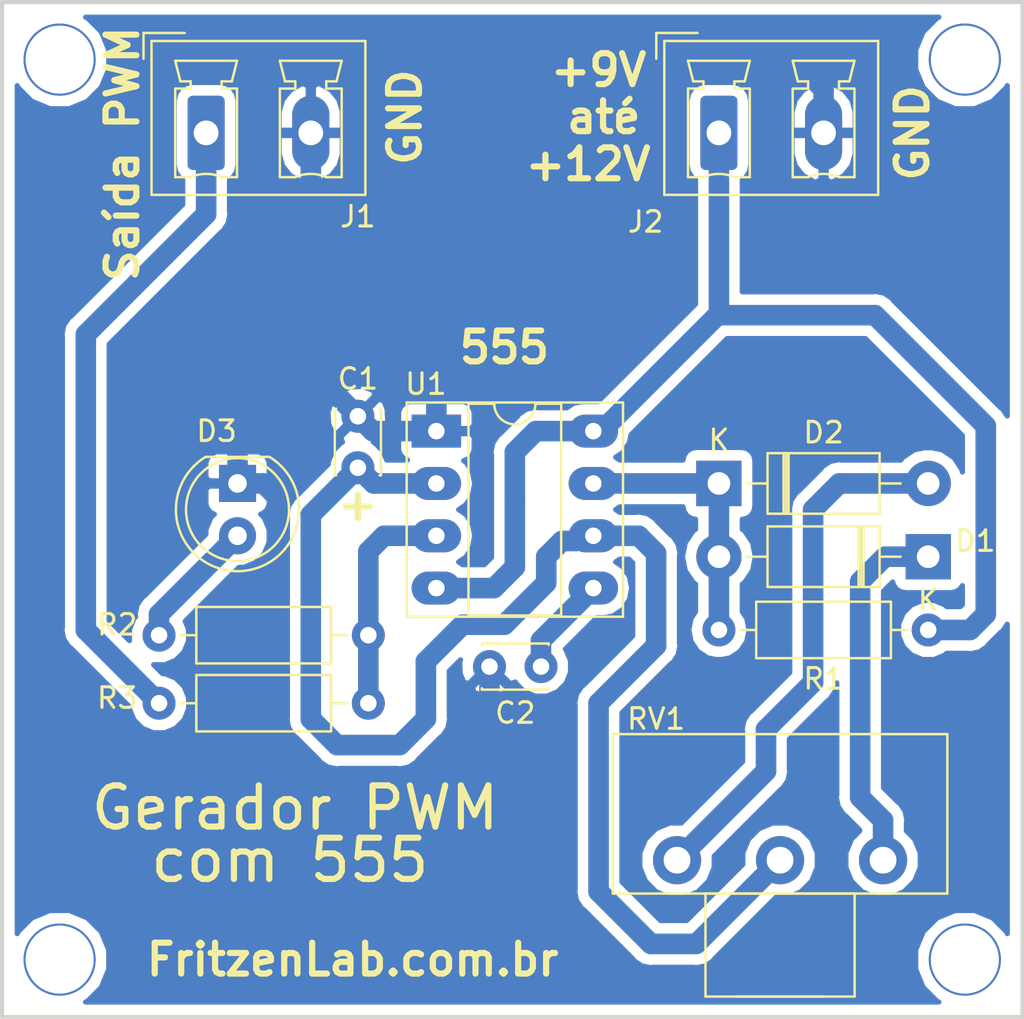
<source format=kicad_pcb>
(kicad_pcb (version 20171130) (host pcbnew 5.0.2-bee76a0~70~ubuntu18.04.1)

  (general
    (thickness 1.6)
    (drawings 15)
    (tracks 88)
    (zones 0)
    (modules 12)
    (nets 11)
  )

  (page A4)
  (layers
    (0 F.Cu signal)
    (31 B.Cu signal)
    (32 B.Adhes user)
    (33 F.Adhes user)
    (34 B.Paste user)
    (35 F.Paste user)
    (36 B.SilkS user)
    (37 F.SilkS user)
    (38 B.Mask user)
    (39 F.Mask user)
    (40 Dwgs.User user)
    (41 Cmts.User user)
    (42 Eco1.User user)
    (43 Eco2.User user)
    (44 Edge.Cuts user)
    (45 Margin user)
    (46 B.CrtYd user)
    (47 F.CrtYd user)
    (48 B.Fab user)
    (49 F.Fab user)
  )

  (setup
    (last_trace_width 0.25)
    (user_trace_width 0.4)
    (user_trace_width 0.6)
    (user_trace_width 1)
    (user_trace_width 2)
    (trace_clearance 0.2)
    (zone_clearance 0.508)
    (zone_45_only no)
    (trace_min 0.2)
    (segment_width 0.2)
    (edge_width 0.2)
    (via_size 0.8)
    (via_drill 0.4)
    (via_min_size 0.4)
    (via_min_drill 0.3)
    (user_via 3.5 3.3)
    (uvia_size 0.3)
    (uvia_drill 0.1)
    (uvias_allowed no)
    (uvia_min_size 0.2)
    (uvia_min_drill 0.1)
    (pcb_text_width 0.3)
    (pcb_text_size 1.5 1.5)
    (mod_edge_width 0.15)
    (mod_text_size 1 1)
    (mod_text_width 0.15)
    (pad_size 1.524 1.524)
    (pad_drill 0.762)
    (pad_to_mask_clearance 0.051)
    (solder_mask_min_width 0.25)
    (aux_axis_origin 0 0)
    (visible_elements FFFFFF7F)
    (pcbplotparams
      (layerselection 0x010f0_ffffffff)
      (usegerberextensions true)
      (usegerberattributes false)
      (usegerberadvancedattributes false)
      (creategerberjobfile false)
      (excludeedgelayer true)
      (linewidth 0.100000)
      (plotframeref false)
      (viasonmask false)
      (mode 1)
      (useauxorigin false)
      (hpglpennumber 1)
      (hpglpenspeed 20)
      (hpglpendiameter 15.000000)
      (psnegative false)
      (psa4output false)
      (plotreference true)
      (plotvalue true)
      (plotinvisibletext false)
      (padsonsilk false)
      (subtractmaskfromsilk false)
      (outputformat 1)
      (mirror false)
      (drillshape 0)
      (scaleselection 1)
      (outputdirectory "Production-files-pwm-555-r01/"))
  )

  (net 0 "")
  (net 1 VDC)
  (net 2 "Net-(D1-Pad2)")
  (net 3 "Net-(R2-Pad2)")
  (net 4 "Net-(D3-Pad2)")
  (net 5 "Net-(J1-Pad1)")
  (net 6 "Net-(D1-Pad1)")
  (net 7 "Net-(C1-Pad1)")
  (net 8 "Net-(D2-Pad2)")
  (net 9 GND)
  (net 10 "Net-(C2-Pad1)")

  (net_class Default "This is the default net class."
    (clearance 0.2)
    (trace_width 0.25)
    (via_dia 0.8)
    (via_drill 0.4)
    (uvia_dia 0.3)
    (uvia_drill 0.1)
    (add_net GND)
    (add_net "Net-(C1-Pad1)")
    (add_net "Net-(C2-Pad1)")
    (add_net "Net-(D1-Pad1)")
    (add_net "Net-(D1-Pad2)")
    (add_net "Net-(D2-Pad2)")
    (add_net "Net-(D3-Pad2)")
    (add_net "Net-(J1-Pad1)")
    (add_net "Net-(R2-Pad2)")
    (add_net VDC)
  )

  (module Connector_Phoenix_MC_HighVoltage:PhoenixContact_MCV_1,5_2-G-5.08_1x02_P5.08mm_Vertical (layer F.Cu) (tedit 5B784ED3) (tstamp 5C63B60A)
    (at 150.876 90.424)
    (descr "Generic Phoenix Contact connector footprint for: MCV_1,5/2-G-5.08; number of pins: 02; pin pitch: 5.08mm; Vertical || order number: 1836299 8A 320V")
    (tags "phoenix_contact connector MCV_01x02_G_5.08mm")
    (path /5C6097AD)
    (fp_text reference J2 (at -3.556 4.318) (layer F.SilkS)
      (effects (font (size 1 1) (thickness 0.15)))
    )
    (fp_text value Alimentação (at 2.54 4.1) (layer F.Fab)
      (effects (font (size 1 1) (thickness 0.15)))
    )
    (fp_text user %R (at -3.556 4.318) (layer F.Fab)
      (effects (font (size 1 1) (thickness 0.15)))
    )
    (fp_line (start -3.04 -4.85) (end -1.04 -4.85) (layer F.Fab) (width 0.1))
    (fp_line (start -3.04 -3.6) (end -3.04 -4.85) (layer F.Fab) (width 0.1))
    (fp_line (start -3.04 -4.85) (end -1.04 -4.85) (layer F.SilkS) (width 0.12))
    (fp_line (start -3.04 -3.6) (end -3.04 -4.85) (layer F.SilkS) (width 0.12))
    (fp_line (start 8.12 -4.85) (end -3.04 -4.85) (layer F.CrtYd) (width 0.05))
    (fp_line (start 8.12 3.4) (end 8.12 -4.85) (layer F.CrtYd) (width 0.05))
    (fp_line (start -3.04 3.4) (end 8.12 3.4) (layer F.CrtYd) (width 0.05))
    (fp_line (start -3.04 -4.85) (end -3.04 3.4) (layer F.CrtYd) (width 0.05))
    (fp_line (start 6.58 2.15) (end 5.83 2.15) (layer F.SilkS) (width 0.12))
    (fp_line (start 6.58 -2.15) (end 6.58 2.15) (layer F.SilkS) (width 0.12))
    (fp_line (start 5.83 -2.15) (end 6.58 -2.15) (layer F.SilkS) (width 0.12))
    (fp_line (start 5.83 -2.5) (end 5.83 -2.15) (layer F.SilkS) (width 0.12))
    (fp_line (start 6.33 -2.5) (end 5.83 -2.5) (layer F.SilkS) (width 0.12))
    (fp_line (start 6.58 -3.5) (end 6.33 -2.5) (layer F.SilkS) (width 0.12))
    (fp_line (start 3.58 -3.5) (end 6.58 -3.5) (layer F.SilkS) (width 0.12))
    (fp_line (start 3.83 -2.5) (end 3.58 -3.5) (layer F.SilkS) (width 0.12))
    (fp_line (start 4.33 -2.5) (end 3.83 -2.5) (layer F.SilkS) (width 0.12))
    (fp_line (start 4.33 -2.15) (end 4.33 -2.5) (layer F.SilkS) (width 0.12))
    (fp_line (start 3.58 -2.15) (end 4.33 -2.15) (layer F.SilkS) (width 0.12))
    (fp_line (start 3.58 2.15) (end 3.58 -2.15) (layer F.SilkS) (width 0.12))
    (fp_line (start 4.33 2.15) (end 3.58 2.15) (layer F.SilkS) (width 0.12))
    (fp_line (start 1.5 2.15) (end 0.75 2.15) (layer F.SilkS) (width 0.12))
    (fp_line (start 1.5 -2.15) (end 1.5 2.15) (layer F.SilkS) (width 0.12))
    (fp_line (start 0.75 -2.15) (end 1.5 -2.15) (layer F.SilkS) (width 0.12))
    (fp_line (start 0.75 -2.5) (end 0.75 -2.15) (layer F.SilkS) (width 0.12))
    (fp_line (start 1.25 -2.5) (end 0.75 -2.5) (layer F.SilkS) (width 0.12))
    (fp_line (start 1.5 -3.5) (end 1.25 -2.5) (layer F.SilkS) (width 0.12))
    (fp_line (start -1.5 -3.5) (end 1.5 -3.5) (layer F.SilkS) (width 0.12))
    (fp_line (start -1.25 -2.5) (end -1.5 -3.5) (layer F.SilkS) (width 0.12))
    (fp_line (start -0.75 -2.5) (end -1.25 -2.5) (layer F.SilkS) (width 0.12))
    (fp_line (start -0.75 -2.15) (end -0.75 -2.5) (layer F.SilkS) (width 0.12))
    (fp_line (start -1.5 -2.15) (end -0.75 -2.15) (layer F.SilkS) (width 0.12))
    (fp_line (start -1.5 2.15) (end -1.5 -2.15) (layer F.SilkS) (width 0.12))
    (fp_line (start -0.75 2.15) (end -1.5 2.15) (layer F.SilkS) (width 0.12))
    (fp_line (start 7.62 -4.35) (end -2.54 -4.35) (layer F.Fab) (width 0.1))
    (fp_line (start 7.62 2.9) (end 7.62 -4.35) (layer F.Fab) (width 0.1))
    (fp_line (start -2.54 2.9) (end 7.62 2.9) (layer F.Fab) (width 0.1))
    (fp_line (start -2.54 -4.35) (end -2.54 2.9) (layer F.Fab) (width 0.1))
    (fp_line (start 7.73 -4.46) (end -2.65 -4.46) (layer F.SilkS) (width 0.12))
    (fp_line (start 7.73 3.01) (end 7.73 -4.46) (layer F.SilkS) (width 0.12))
    (fp_line (start -2.65 3.01) (end 7.73 3.01) (layer F.SilkS) (width 0.12))
    (fp_line (start -2.65 -4.46) (end -2.65 3.01) (layer F.SilkS) (width 0.12))
    (fp_arc (start 5.08 3.85) (end 4.33 2.15) (angle 47.6) (layer F.SilkS) (width 0.12))
    (fp_arc (start 0 3.85) (end -0.75 2.15) (angle 47.6) (layer F.SilkS) (width 0.12))
    (pad 2 thru_hole oval (at 5.08 0) (size 1.8 3.6) (drill 1.2) (layers *.Cu *.Mask)
      (net 9 GND))
    (pad 1 thru_hole roundrect (at 0 0) (size 1.8 3.6) (drill 1.2) (layers *.Cu *.Mask) (roundrect_rratio 0.138889)
      (net 1 VDC))
    (model ${KISYS3DMOD}/Connector_Phoenix_MC_HighVoltage.3dshapes/PhoenixContact_MCV_1,5_2-G-5.08_1x02_P5.08mm_Vertical.wrl
      (at (xyz 0 0 0))
      (scale (xyz 1 1 1))
      (rotate (xyz 0 0 0))
    )
  )

  (module Connector_Phoenix_MC_HighVoltage:PhoenixContact_MCV_1,5_2-G-5.08_1x02_P5.08mm_Vertical (layer F.Cu) (tedit 5B784ED3) (tstamp 5C63B5D8)
    (at 125.984 90.424)
    (descr "Generic Phoenix Contact connector footprint for: MCV_1,5/2-G-5.08; number of pins: 02; pin pitch: 5.08mm; Vertical || order number: 1836299 8A 320V")
    (tags "phoenix_contact connector MCV_01x02_G_5.08mm")
    (path /5C60990D)
    (fp_text reference J1 (at 7.366 4.064) (layer F.SilkS)
      (effects (font (size 1 1) (thickness 0.15)))
    )
    (fp_text value "Saída PWM" (at 2.032 4.318 180) (layer F.Fab)
      (effects (font (size 1 1) (thickness 0.15)))
    )
    (fp_arc (start 0 3.85) (end -0.75 2.15) (angle 47.6) (layer F.SilkS) (width 0.12))
    (fp_arc (start 5.08 3.85) (end 4.33 2.15) (angle 47.6) (layer F.SilkS) (width 0.12))
    (fp_line (start -2.65 -4.46) (end -2.65 3.01) (layer F.SilkS) (width 0.12))
    (fp_line (start -2.65 3.01) (end 7.73 3.01) (layer F.SilkS) (width 0.12))
    (fp_line (start 7.73 3.01) (end 7.73 -4.46) (layer F.SilkS) (width 0.12))
    (fp_line (start 7.73 -4.46) (end -2.65 -4.46) (layer F.SilkS) (width 0.12))
    (fp_line (start -2.54 -4.35) (end -2.54 2.9) (layer F.Fab) (width 0.1))
    (fp_line (start -2.54 2.9) (end 7.62 2.9) (layer F.Fab) (width 0.1))
    (fp_line (start 7.62 2.9) (end 7.62 -4.35) (layer F.Fab) (width 0.1))
    (fp_line (start 7.62 -4.35) (end -2.54 -4.35) (layer F.Fab) (width 0.1))
    (fp_line (start -0.75 2.15) (end -1.5 2.15) (layer F.SilkS) (width 0.12))
    (fp_line (start -1.5 2.15) (end -1.5 -2.15) (layer F.SilkS) (width 0.12))
    (fp_line (start -1.5 -2.15) (end -0.75 -2.15) (layer F.SilkS) (width 0.12))
    (fp_line (start -0.75 -2.15) (end -0.75 -2.5) (layer F.SilkS) (width 0.12))
    (fp_line (start -0.75 -2.5) (end -1.25 -2.5) (layer F.SilkS) (width 0.12))
    (fp_line (start -1.25 -2.5) (end -1.5 -3.5) (layer F.SilkS) (width 0.12))
    (fp_line (start -1.5 -3.5) (end 1.5 -3.5) (layer F.SilkS) (width 0.12))
    (fp_line (start 1.5 -3.5) (end 1.25 -2.5) (layer F.SilkS) (width 0.12))
    (fp_line (start 1.25 -2.5) (end 0.75 -2.5) (layer F.SilkS) (width 0.12))
    (fp_line (start 0.75 -2.5) (end 0.75 -2.15) (layer F.SilkS) (width 0.12))
    (fp_line (start 0.75 -2.15) (end 1.5 -2.15) (layer F.SilkS) (width 0.12))
    (fp_line (start 1.5 -2.15) (end 1.5 2.15) (layer F.SilkS) (width 0.12))
    (fp_line (start 1.5 2.15) (end 0.75 2.15) (layer F.SilkS) (width 0.12))
    (fp_line (start 4.33 2.15) (end 3.58 2.15) (layer F.SilkS) (width 0.12))
    (fp_line (start 3.58 2.15) (end 3.58 -2.15) (layer F.SilkS) (width 0.12))
    (fp_line (start 3.58 -2.15) (end 4.33 -2.15) (layer F.SilkS) (width 0.12))
    (fp_line (start 4.33 -2.15) (end 4.33 -2.5) (layer F.SilkS) (width 0.12))
    (fp_line (start 4.33 -2.5) (end 3.83 -2.5) (layer F.SilkS) (width 0.12))
    (fp_line (start 3.83 -2.5) (end 3.58 -3.5) (layer F.SilkS) (width 0.12))
    (fp_line (start 3.58 -3.5) (end 6.58 -3.5) (layer F.SilkS) (width 0.12))
    (fp_line (start 6.58 -3.5) (end 6.33 -2.5) (layer F.SilkS) (width 0.12))
    (fp_line (start 6.33 -2.5) (end 5.83 -2.5) (layer F.SilkS) (width 0.12))
    (fp_line (start 5.83 -2.5) (end 5.83 -2.15) (layer F.SilkS) (width 0.12))
    (fp_line (start 5.83 -2.15) (end 6.58 -2.15) (layer F.SilkS) (width 0.12))
    (fp_line (start 6.58 -2.15) (end 6.58 2.15) (layer F.SilkS) (width 0.12))
    (fp_line (start 6.58 2.15) (end 5.83 2.15) (layer F.SilkS) (width 0.12))
    (fp_line (start -3.04 -4.85) (end -3.04 3.4) (layer F.CrtYd) (width 0.05))
    (fp_line (start -3.04 3.4) (end 8.12 3.4) (layer F.CrtYd) (width 0.05))
    (fp_line (start 8.12 3.4) (end 8.12 -4.85) (layer F.CrtYd) (width 0.05))
    (fp_line (start 8.12 -4.85) (end -3.04 -4.85) (layer F.CrtYd) (width 0.05))
    (fp_line (start -3.04 -3.6) (end -3.04 -4.85) (layer F.SilkS) (width 0.12))
    (fp_line (start -3.04 -4.85) (end -1.04 -4.85) (layer F.SilkS) (width 0.12))
    (fp_line (start -3.04 -3.6) (end -3.04 -4.85) (layer F.Fab) (width 0.1))
    (fp_line (start -3.04 -4.85) (end -1.04 -4.85) (layer F.Fab) (width 0.1))
    (fp_text user %R (at 7.366 4.064) (layer F.Fab)
      (effects (font (size 1 1) (thickness 0.15)))
    )
    (pad 1 thru_hole roundrect (at 0 0) (size 1.8 3.6) (drill 1.2) (layers *.Cu *.Mask) (roundrect_rratio 0.138889)
      (net 5 "Net-(J1-Pad1)"))
    (pad 2 thru_hole oval (at 5.08 0) (size 1.8 3.6) (drill 1.2) (layers *.Cu *.Mask)
      (net 9 GND))
    (model ${KISYS3DMOD}/Connector_Phoenix_MC_HighVoltage.3dshapes/PhoenixContact_MCV_1,5_2-G-5.08_1x02_P5.08mm_Vertical.wrl
      (at (xyz 0 0 0))
      (scale (xyz 1 1 1))
      (rotate (xyz 0 0 0))
    )
  )

  (module Bibliotecas-Kicad:Potentiometer_Piher_T-16H_Single_Horizontal-FritzenLab (layer F.Cu) (tedit 5C605637) (tstamp 5C65834F)
    (at 148.844 125.73 270)
    (descr "Potentiometer, horizontal, Piher T-16H Single, http://www.piher-nacesa.com/pdf/22-T16v03.pdf")
    (tags "Potentiometer horizontal Piher T-16H Single")
    (path /5C60412C)
    (fp_text reference RV1 (at -6.858 1.016) (layer F.SilkS)
      (effects (font (size 1 1) (thickness 0.15)))
    )
    (fp_text value 1k (at 0 4.25 270) (layer F.Fab)
      (effects (font (size 1 1) (thickness 0.15)))
    )
    (fp_text user %R (at -6.858 1.016) (layer F.Fab)
      (effects (font (size 1 1) (thickness 0.15)))
    )
    (fp_line (start 6.858 -13.25) (end -6.25 -13.25) (layer F.CrtYd) (width 0.05))
    (fp_line (start 6.858 3.25) (end 6.858 -13.208) (layer F.CrtYd) (width 0.05))
    (fp_line (start -6.25 3.25) (end 6.858 3.25) (layer F.CrtYd) (width 0.05))
    (fp_line (start -6.25 -13.25) (end -6.25 3.25) (layer F.CrtYd) (width 0.05))
    (fp_line (start 6.62 -7.12) (end 6.62 -2.88) (layer F.SilkS) (width 0.12))
    (fp_line (start 6.62 -8.62) (end 6.62 -1.38) (layer F.SilkS) (width 0.12))
    (fp_line (start 1.62 -8.62) (end 1.62 -1.38) (layer F.SilkS) (width 0.12))
    (fp_line (start 1.62 -1.38) (end 6.62 -1.38) (layer F.SilkS) (width 0.12))
    (fp_line (start 1.62 -8.62) (end 6.62 -8.62) (layer F.SilkS) (width 0.12))
    (fp_line (start 1.62 -13.12) (end 1.62 3.12) (layer F.SilkS) (width 0.12))
    (fp_line (start -6.12 -13.12) (end -6.12 3.12) (layer F.SilkS) (width 0.12))
    (fp_line (start -6.12 3.12) (end 1.62 3.12) (layer F.SilkS) (width 0.12))
    (fp_line (start -6.12 -13.12) (end 1.62 -13.12) (layer F.SilkS) (width 0.12))
    (fp_line (start 6.5 -7) (end 6.5 -3) (layer F.Fab) (width 0.1))
    (fp_line (start 6.5 -8.5) (end 1.5 -8.5) (layer F.Fab) (width 0.1))
    (fp_line (start 6.5 -1.5) (end 6.5 -8.5) (layer F.Fab) (width 0.1))
    (fp_line (start 1.5 -1.5) (end 6.5 -1.5) (layer F.Fab) (width 0.1))
    (fp_line (start 1.5 -8.5) (end 1.5 -1.5) (layer F.Fab) (width 0.1))
    (fp_line (start 1.5 -13) (end -6 -13) (layer F.Fab) (width 0.1))
    (fp_line (start 1.5 3) (end 1.5 -13) (layer F.Fab) (width 0.1))
    (fp_line (start -6 3) (end 1.5 3) (layer F.Fab) (width 0.1))
    (fp_line (start -6 -13) (end -6 3) (layer F.Fab) (width 0.1))
    (pad 1 thru_hole circle (at 0 0 270) (size 2.34 2.34) (drill 1.3) (layers *.Cu *.Mask)
      (net 8 "Net-(D2-Pad2)"))
    (pad 2 thru_hole circle (at 0 -5 270) (size 2.34 2.34) (drill 1.3) (layers *.Cu *.Mask)
      (net 7 "Net-(C1-Pad1)"))
    (pad 3 thru_hole circle (at 0 -10 270) (size 2.34 2.34) (drill 1.3) (layers *.Cu *.Mask)
      (net 6 "Net-(D1-Pad1)"))
    (model ${KISYS3DMOD}/Potentiometer_THT.3dshapes/Potentiometer_Piher_T-16H_Single_Horizontal.wrl
      (at (xyz 0 0 0))
      (scale (xyz 1 1 1))
      (rotate (xyz 0 0 0))
    )
  )

  (module Capacitor_THT:C_Disc_D3.0mm_W2.0mm_P2.50mm (layer F.Cu) (tedit 5AE50EF0) (tstamp 5C658435)
    (at 142.24 116.332 180)
    (descr "C, Disc series, Radial, pin pitch=2.50mm, , diameter*width=3*2mm^2, Capacitor")
    (tags "C Disc series Radial pin pitch 2.50mm  diameter 3mm width 2mm Capacitor")
    (path /5C603E79)
    (fp_text reference C2 (at 1.25 -2.25 180) (layer F.SilkS)
      (effects (font (size 1 1) (thickness 0.15)))
    )
    (fp_text value 100n (at 4.318 0 270) (layer F.Fab)
      (effects (font (size 1 1) (thickness 0.15)))
    )
    (fp_text user %R (at 1.25 0 180) (layer F.Fab)
      (effects (font (size 0.6 0.6) (thickness 0.09)))
    )
    (fp_line (start 3.55 -1.25) (end -1.05 -1.25) (layer F.CrtYd) (width 0.05))
    (fp_line (start 3.55 1.25) (end 3.55 -1.25) (layer F.CrtYd) (width 0.05))
    (fp_line (start -1.05 1.25) (end 3.55 1.25) (layer F.CrtYd) (width 0.05))
    (fp_line (start -1.05 -1.25) (end -1.05 1.25) (layer F.CrtYd) (width 0.05))
    (fp_line (start 2.87 1.055) (end 2.87 1.12) (layer F.SilkS) (width 0.12))
    (fp_line (start 2.87 -1.12) (end 2.87 -1.055) (layer F.SilkS) (width 0.12))
    (fp_line (start -0.37 1.055) (end -0.37 1.12) (layer F.SilkS) (width 0.12))
    (fp_line (start -0.37 -1.12) (end -0.37 -1.055) (layer F.SilkS) (width 0.12))
    (fp_line (start -0.37 1.12) (end 2.87 1.12) (layer F.SilkS) (width 0.12))
    (fp_line (start -0.37 -1.12) (end 2.87 -1.12) (layer F.SilkS) (width 0.12))
    (fp_line (start 2.75 -1) (end -0.25 -1) (layer F.Fab) (width 0.1))
    (fp_line (start 2.75 1) (end 2.75 -1) (layer F.Fab) (width 0.1))
    (fp_line (start -0.25 1) (end 2.75 1) (layer F.Fab) (width 0.1))
    (fp_line (start -0.25 -1) (end -0.25 1) (layer F.Fab) (width 0.1))
    (pad 2 thru_hole circle (at 2.5 0 180) (size 1.6 1.6) (drill 0.8) (layers *.Cu *.Mask)
      (net 9 GND))
    (pad 1 thru_hole circle (at 0 0 180) (size 1.6 1.6) (drill 0.8) (layers *.Cu *.Mask)
      (net 10 "Net-(C2-Pad1)"))
    (model ${KISYS3DMOD}/Capacitor_THT.3dshapes/C_Disc_D3.0mm_W2.0mm_P2.50mm.wrl
      (at (xyz 0 0 0))
      (scale (xyz 1 1 1))
      (rotate (xyz 0 0 0))
    )
  )

  (module Capacitor_THT:C_Disc_D3.0mm_W2.0mm_P2.50mm (layer F.Cu) (tedit 5AE50EF0) (tstamp 5C658420)
    (at 133.35 106.68 90)
    (descr "C, Disc series, Radial, pin pitch=2.50mm, , diameter*width=3*2mm^2, Capacitor")
    (tags "C Disc series Radial pin pitch 2.50mm  diameter 3mm width 2mm Capacitor")
    (path /5C6074C6)
    (fp_text reference C1 (at 4.318 0 180) (layer F.SilkS)
      (effects (font (size 1 1) (thickness 0.15)))
    )
    (fp_text value 100n (at 1.778 -1.778 270) (layer F.Fab)
      (effects (font (size 1 1) (thickness 0.15)))
    )
    (fp_line (start -0.25 -1) (end -0.25 1) (layer F.Fab) (width 0.1))
    (fp_line (start -0.25 1) (end 2.75 1) (layer F.Fab) (width 0.1))
    (fp_line (start 2.75 1) (end 2.75 -1) (layer F.Fab) (width 0.1))
    (fp_line (start 2.75 -1) (end -0.25 -1) (layer F.Fab) (width 0.1))
    (fp_line (start -0.37 -1.12) (end 2.87 -1.12) (layer F.SilkS) (width 0.12))
    (fp_line (start -0.37 1.12) (end 2.87 1.12) (layer F.SilkS) (width 0.12))
    (fp_line (start -0.37 -1.12) (end -0.37 -1.055) (layer F.SilkS) (width 0.12))
    (fp_line (start -0.37 1.055) (end -0.37 1.12) (layer F.SilkS) (width 0.12))
    (fp_line (start 2.87 -1.12) (end 2.87 -1.055) (layer F.SilkS) (width 0.12))
    (fp_line (start 2.87 1.055) (end 2.87 1.12) (layer F.SilkS) (width 0.12))
    (fp_line (start -1.05 -1.25) (end -1.05 1.25) (layer F.CrtYd) (width 0.05))
    (fp_line (start -1.05 1.25) (end 3.55 1.25) (layer F.CrtYd) (width 0.05))
    (fp_line (start 3.55 1.25) (end 3.55 -1.25) (layer F.CrtYd) (width 0.05))
    (fp_line (start 3.55 -1.25) (end -1.05 -1.25) (layer F.CrtYd) (width 0.05))
    (fp_text user %R (at 1.25 0 90) (layer F.Fab)
      (effects (font (size 0.6 0.6) (thickness 0.09)))
    )
    (pad 1 thru_hole circle (at 0 0 90) (size 1.6 1.6) (drill 0.8) (layers *.Cu *.Mask)
      (net 7 "Net-(C1-Pad1)"))
    (pad 2 thru_hole circle (at 2.5 0 90) (size 1.6 1.6) (drill 0.8) (layers *.Cu *.Mask)
      (net 9 GND))
    (model ${KISYS3DMOD}/Capacitor_THT.3dshapes/C_Disc_D3.0mm_W2.0mm_P2.50mm.wrl
      (at (xyz 0 0 0))
      (scale (xyz 1 1 1))
      (rotate (xyz 0 0 0))
    )
  )

  (module Diode_THT:D_DO-41_SOD81_P10.16mm_Horizontal (layer F.Cu) (tedit 5C606E77) (tstamp 5C6064C1)
    (at 150.876 107.442)
    (descr "Diode, DO-41_SOD81 series, Axial, Horizontal, pin pitch=10.16mm, , length*diameter=5.2*2.7mm^2, , http://www.diodes.com/_files/packages/DO-41%20(Plastic).pdf")
    (tags "Diode DO-41_SOD81 series Axial Horizontal pin pitch 10.16mm  length 5.2mm diameter 2.7mm")
    (path /5C603860)
    (fp_text reference D2 (at 5.08 -2.47) (layer F.SilkS)
      (effects (font (size 1 1) (thickness 0.15)))
    )
    (fp_text value 1N4007 (at 12.446 -1.27 90) (layer F.Fab)
      (effects (font (size 1 1) (thickness 0.15)))
    )
    (fp_text user K (at 0 -2.1) (layer F.SilkS)
      (effects (font (size 1 1) (thickness 0.15)))
    )
    (fp_text user K (at 0 -2.1) (layer F.Fab)
      (effects (font (size 1 1) (thickness 0.15)))
    )
    (fp_text user %R (at 5.08 -2.54) (layer F.Fab)
      (effects (font (size 1 1) (thickness 0.15)))
    )
    (fp_line (start 11.51 -1.6) (end -1.35 -1.6) (layer F.CrtYd) (width 0.05))
    (fp_line (start 11.51 1.6) (end 11.51 -1.6) (layer F.CrtYd) (width 0.05))
    (fp_line (start -1.35 1.6) (end 11.51 1.6) (layer F.CrtYd) (width 0.05))
    (fp_line (start -1.35 -1.6) (end -1.35 1.6) (layer F.CrtYd) (width 0.05))
    (fp_line (start 3.14 -1.47) (end 3.14 1.47) (layer F.SilkS) (width 0.12))
    (fp_line (start 3.38 -1.47) (end 3.38 1.47) (layer F.SilkS) (width 0.12))
    (fp_line (start 3.26 -1.47) (end 3.26 1.47) (layer F.SilkS) (width 0.12))
    (fp_line (start 8.82 0) (end 7.8 0) (layer F.SilkS) (width 0.12))
    (fp_line (start 1.34 0) (end 2.36 0) (layer F.SilkS) (width 0.12))
    (fp_line (start 7.8 -1.47) (end 2.36 -1.47) (layer F.SilkS) (width 0.12))
    (fp_line (start 7.8 1.47) (end 7.8 -1.47) (layer F.SilkS) (width 0.12))
    (fp_line (start 2.36 1.47) (end 7.8 1.47) (layer F.SilkS) (width 0.12))
    (fp_line (start 2.36 -1.47) (end 2.36 1.47) (layer F.SilkS) (width 0.12))
    (fp_line (start 3.16 -1.35) (end 3.16 1.35) (layer F.Fab) (width 0.1))
    (fp_line (start 3.36 -1.35) (end 3.36 1.35) (layer F.Fab) (width 0.1))
    (fp_line (start 3.26 -1.35) (end 3.26 1.35) (layer F.Fab) (width 0.1))
    (fp_line (start 10.16 0) (end 7.68 0) (layer F.Fab) (width 0.1))
    (fp_line (start 0 0) (end 2.48 0) (layer F.Fab) (width 0.1))
    (fp_line (start 7.68 -1.35) (end 2.48 -1.35) (layer F.Fab) (width 0.1))
    (fp_line (start 7.68 1.35) (end 7.68 -1.35) (layer F.Fab) (width 0.1))
    (fp_line (start 2.48 1.35) (end 7.68 1.35) (layer F.Fab) (width 0.1))
    (fp_line (start 2.48 -1.35) (end 2.48 1.35) (layer F.Fab) (width 0.1))
    (pad 2 thru_hole oval (at 10.16 0) (size 2.2 2.2) (drill 1.1) (layers *.Cu *.Mask)
      (net 8 "Net-(D2-Pad2)"))
    (pad 1 thru_hole rect (at 0 0) (size 2.2 2.2) (drill 1.1) (layers *.Cu *.Mask)
      (net 2 "Net-(D1-Pad2)"))
    (model ${KISYS3DMOD}/Diode_THT.3dshapes/D_DO-41_SOD81_P10.16mm_Horizontal.wrl
      (at (xyz 0 0 0))
      (scale (xyz 1 1 1))
      (rotate (xyz 0 0 0))
    )
  )

  (module Diode_THT:D_DO-41_SOD81_P10.16mm_Horizontal (layer F.Cu) (tedit 5AE50CD5) (tstamp 5C6583A4)
    (at 161.036 110.998 180)
    (descr "Diode, DO-41_SOD81 series, Axial, Horizontal, pin pitch=10.16mm, , length*diameter=5.2*2.7mm^2, , http://www.diodes.com/_files/packages/DO-41%20(Plastic).pdf")
    (tags "Diode DO-41_SOD81 series Axial Horizontal pin pitch 10.16mm  length 5.2mm diameter 2.7mm")
    (path /5C60378D)
    (fp_text reference D1 (at -2.286 0.762 180) (layer F.SilkS)
      (effects (font (size 1 1) (thickness 0.15)))
    )
    (fp_text value 1N4007 (at 12.192 1.778 270) (layer F.Fab)
      (effects (font (size 1 1) (thickness 0.15)))
    )
    (fp_line (start 2.48 -1.35) (end 2.48 1.35) (layer F.Fab) (width 0.1))
    (fp_line (start 2.48 1.35) (end 7.68 1.35) (layer F.Fab) (width 0.1))
    (fp_line (start 7.68 1.35) (end 7.68 -1.35) (layer F.Fab) (width 0.1))
    (fp_line (start 7.68 -1.35) (end 2.48 -1.35) (layer F.Fab) (width 0.1))
    (fp_line (start 0 0) (end 2.48 0) (layer F.Fab) (width 0.1))
    (fp_line (start 10.16 0) (end 7.68 0) (layer F.Fab) (width 0.1))
    (fp_line (start 3.26 -1.35) (end 3.26 1.35) (layer F.Fab) (width 0.1))
    (fp_line (start 3.36 -1.35) (end 3.36 1.35) (layer F.Fab) (width 0.1))
    (fp_line (start 3.16 -1.35) (end 3.16 1.35) (layer F.Fab) (width 0.1))
    (fp_line (start 2.36 -1.47) (end 2.36 1.47) (layer F.SilkS) (width 0.12))
    (fp_line (start 2.36 1.47) (end 7.8 1.47) (layer F.SilkS) (width 0.12))
    (fp_line (start 7.8 1.47) (end 7.8 -1.47) (layer F.SilkS) (width 0.12))
    (fp_line (start 7.8 -1.47) (end 2.36 -1.47) (layer F.SilkS) (width 0.12))
    (fp_line (start 1.34 0) (end 2.36 0) (layer F.SilkS) (width 0.12))
    (fp_line (start 8.82 0) (end 7.8 0) (layer F.SilkS) (width 0.12))
    (fp_line (start 3.26 -1.47) (end 3.26 1.47) (layer F.SilkS) (width 0.12))
    (fp_line (start 3.38 -1.47) (end 3.38 1.47) (layer F.SilkS) (width 0.12))
    (fp_line (start 3.14 -1.47) (end 3.14 1.47) (layer F.SilkS) (width 0.12))
    (fp_line (start -1.35 -1.6) (end -1.35 1.6) (layer F.CrtYd) (width 0.05))
    (fp_line (start -1.35 1.6) (end 11.51 1.6) (layer F.CrtYd) (width 0.05))
    (fp_line (start 11.51 1.6) (end 11.51 -1.6) (layer F.CrtYd) (width 0.05))
    (fp_line (start 11.51 -1.6) (end -1.35 -1.6) (layer F.CrtYd) (width 0.05))
    (fp_text user %R (at -2.286 0.762 180) (layer F.Fab)
      (effects (font (size 1 1) (thickness 0.15)))
    )
    (fp_text user K (at 0 -2.1 180) (layer F.Fab)
      (effects (font (size 1 1) (thickness 0.15)))
    )
    (fp_text user K (at 0 -2.1 180) (layer F.SilkS)
      (effects (font (size 1 1) (thickness 0.15)))
    )
    (pad 1 thru_hole rect (at 0 0 180) (size 2.2 2.2) (drill 1.1) (layers *.Cu *.Mask)
      (net 6 "Net-(D1-Pad1)"))
    (pad 2 thru_hole oval (at 10.16 0 180) (size 2.2 2.2) (drill 1.1) (layers *.Cu *.Mask)
      (net 2 "Net-(D1-Pad2)"))
    (model ${KISYS3DMOD}/Diode_THT.3dshapes/D_DO-41_SOD81_P10.16mm_Horizontal.wrl
      (at (xyz 0 0 0))
      (scale (xyz 1 1 1))
      (rotate (xyz 0 0 0))
    )
  )

  (module LED_THT:LED_D5.0mm_Clear (layer F.Cu) (tedit 5A6C9BC0) (tstamp 5C658385)
    (at 127.508 107.442 270)
    (descr "LED, diameter 5.0mm, 2 pins, http://cdn-reichelt.de/documents/datenblatt/A500/LL-504BC2E-009.pdf")
    (tags "LED diameter 5.0mm 2 pins")
    (path /5C60470E)
    (fp_text reference D3 (at -2.54 1.016) (layer F.SilkS)
      (effects (font (size 1 1) (thickness 0.15)))
    )
    (fp_text value "LED Verm." (at 1.27 3.96 270) (layer F.Fab)
      (effects (font (size 1 1) (thickness 0.15)))
    )
    (fp_text user %R (at 1.25 0 270) (layer F.Fab)
      (effects (font (size 0.8 0.8) (thickness 0.2)))
    )
    (fp_line (start -1.23 -1.469694) (end -1.23 1.469694) (layer F.Fab) (width 0.1))
    (fp_line (start -1.29 -1.545) (end -1.29 1.545) (layer F.SilkS) (width 0.12))
    (fp_line (start -1.95 -3.25) (end -1.95 3.25) (layer F.CrtYd) (width 0.05))
    (fp_line (start -1.95 3.25) (end 4.5 3.25) (layer F.CrtYd) (width 0.05))
    (fp_line (start 4.5 3.25) (end 4.5 -3.25) (layer F.CrtYd) (width 0.05))
    (fp_line (start 4.5 -3.25) (end -1.95 -3.25) (layer F.CrtYd) (width 0.05))
    (fp_circle (center 1.27 0) (end 3.77 0) (layer F.Fab) (width 0.1))
    (fp_circle (center 1.27 0) (end 3.77 0) (layer F.SilkS) (width 0.12))
    (fp_arc (start 1.27 0) (end -1.23 -1.469694) (angle 299.1) (layer F.Fab) (width 0.1))
    (fp_arc (start 1.27 0) (end -1.29 -1.54483) (angle 148.9) (layer F.SilkS) (width 0.12))
    (fp_arc (start 1.27 0) (end -1.29 1.54483) (angle -148.9) (layer F.SilkS) (width 0.12))
    (pad 1 thru_hole rect (at 0 0 270) (size 1.8 1.8) (drill 0.9) (layers *.Cu *.Mask)
      (net 9 GND))
    (pad 2 thru_hole circle (at 2.54 0 270) (size 1.8 1.8) (drill 0.9) (layers *.Cu *.Mask)
      (net 4 "Net-(D3-Pad2)"))
    (model ${KISYS3DMOD}/LED_THT.3dshapes/LED_D5.0mm_Clear.wrl
      (at (xyz 0 0 0))
      (scale (xyz 1 1 1))
      (rotate (xyz 0 0 0))
    )
  )

  (module Package_DIP:DIP-8_W7.62mm_Socket_LongPads (layer F.Cu) (tedit 5A02E8C5) (tstamp 5C658373)
    (at 137.16 104.902)
    (descr "8-lead though-hole mounted DIP package, row spacing 7.62 mm (300 mils), Socket, LongPads")
    (tags "THT DIP DIL PDIP 2.54mm 7.62mm 300mil Socket LongPads")
    (path /5C6030A8)
    (fp_text reference U1 (at -0.508 -2.286) (layer F.SilkS)
      (effects (font (size 1 1) (thickness 0.15)))
    )
    (fp_text value NE555 (at 3.81 -2.286) (layer F.Fab)
      (effects (font (size 1 1) (thickness 0.15)))
    )
    (fp_arc (start 3.81 -1.33) (end 2.81 -1.33) (angle -180) (layer F.SilkS) (width 0.12))
    (fp_line (start 1.635 -1.27) (end 6.985 -1.27) (layer F.Fab) (width 0.1))
    (fp_line (start 6.985 -1.27) (end 6.985 8.89) (layer F.Fab) (width 0.1))
    (fp_line (start 6.985 8.89) (end 0.635 8.89) (layer F.Fab) (width 0.1))
    (fp_line (start 0.635 8.89) (end 0.635 -0.27) (layer F.Fab) (width 0.1))
    (fp_line (start 0.635 -0.27) (end 1.635 -1.27) (layer F.Fab) (width 0.1))
    (fp_line (start -1.27 -1.33) (end -1.27 8.95) (layer F.Fab) (width 0.1))
    (fp_line (start -1.27 8.95) (end 8.89 8.95) (layer F.Fab) (width 0.1))
    (fp_line (start 8.89 8.95) (end 8.89 -1.33) (layer F.Fab) (width 0.1))
    (fp_line (start 8.89 -1.33) (end -1.27 -1.33) (layer F.Fab) (width 0.1))
    (fp_line (start 2.81 -1.33) (end 1.56 -1.33) (layer F.SilkS) (width 0.12))
    (fp_line (start 1.56 -1.33) (end 1.56 8.95) (layer F.SilkS) (width 0.12))
    (fp_line (start 1.56 8.95) (end 6.06 8.95) (layer F.SilkS) (width 0.12))
    (fp_line (start 6.06 8.95) (end 6.06 -1.33) (layer F.SilkS) (width 0.12))
    (fp_line (start 6.06 -1.33) (end 4.81 -1.33) (layer F.SilkS) (width 0.12))
    (fp_line (start -1.44 -1.39) (end -1.44 9.01) (layer F.SilkS) (width 0.12))
    (fp_line (start -1.44 9.01) (end 9.06 9.01) (layer F.SilkS) (width 0.12))
    (fp_line (start 9.06 9.01) (end 9.06 -1.39) (layer F.SilkS) (width 0.12))
    (fp_line (start 9.06 -1.39) (end -1.44 -1.39) (layer F.SilkS) (width 0.12))
    (fp_line (start -1.55 -1.6) (end -1.55 9.2) (layer F.CrtYd) (width 0.05))
    (fp_line (start -1.55 9.2) (end 9.15 9.2) (layer F.CrtYd) (width 0.05))
    (fp_line (start 9.15 9.2) (end 9.15 -1.6) (layer F.CrtYd) (width 0.05))
    (fp_line (start 9.15 -1.6) (end -1.55 -1.6) (layer F.CrtYd) (width 0.05))
    (fp_text user %R (at -0.508 -2.286) (layer F.Fab)
      (effects (font (size 1 1) (thickness 0.15)))
    )
    (pad 1 thru_hole rect (at 0 0) (size 2.4 1.6) (drill 0.8) (layers *.Cu *.Mask)
      (net 9 GND))
    (pad 5 thru_hole oval (at 7.62 7.62) (size 2.4 1.6) (drill 0.8) (layers *.Cu *.Mask)
      (net 10 "Net-(C2-Pad1)"))
    (pad 2 thru_hole oval (at 0 2.54) (size 2.4 1.6) (drill 0.8) (layers *.Cu *.Mask)
      (net 7 "Net-(C1-Pad1)"))
    (pad 6 thru_hole oval (at 7.62 5.08) (size 2.4 1.6) (drill 0.8) (layers *.Cu *.Mask)
      (net 7 "Net-(C1-Pad1)"))
    (pad 3 thru_hole oval (at 0 5.08) (size 2.4 1.6) (drill 0.8) (layers *.Cu *.Mask)
      (net 3 "Net-(R2-Pad2)"))
    (pad 7 thru_hole oval (at 7.62 2.54) (size 2.4 1.6) (drill 0.8) (layers *.Cu *.Mask)
      (net 2 "Net-(D1-Pad2)"))
    (pad 4 thru_hole oval (at 0 7.62) (size 2.4 1.6) (drill 0.8) (layers *.Cu *.Mask)
      (net 1 VDC))
    (pad 8 thru_hole oval (at 7.62 0) (size 2.4 1.6) (drill 0.8) (layers *.Cu *.Mask)
      (net 1 VDC))
    (model ${KISYS3DMOD}/Package_DIP.3dshapes/DIP-8_W7.62mm_Socket.wrl
      (at (xyz 0 0 0))
      (scale (xyz 1 1 1))
      (rotate (xyz 0 0 0))
    )
  )

  (module Resistor_THT:R_Axial_DIN0207_L6.3mm_D2.5mm_P10.16mm_Horizontal (layer F.Cu) (tedit 5AE5139B) (tstamp 5C658333)
    (at 123.698 118.11)
    (descr "Resistor, Axial_DIN0207 series, Axial, Horizontal, pin pitch=10.16mm, 0.25W = 1/4W, length*diameter=6.3*2.5mm^2, http://cdn-reichelt.de/documents/datenblatt/B400/1_4W%23YAG.pdf")
    (tags "Resistor Axial_DIN0207 series Axial Horizontal pin pitch 10.16mm 0.25W = 1/4W length 6.3mm diameter 2.5mm")
    (path /5C60AB01)
    (fp_text reference R3 (at -2.032 -0.254) (layer F.SilkS)
      (effects (font (size 1 1) (thickness 0.15)))
    )
    (fp_text value 470r (at 5.08 2.37) (layer F.Fab)
      (effects (font (size 1 1) (thickness 0.15)))
    )
    (fp_line (start 1.93 -1.25) (end 1.93 1.25) (layer F.Fab) (width 0.1))
    (fp_line (start 1.93 1.25) (end 8.23 1.25) (layer F.Fab) (width 0.1))
    (fp_line (start 8.23 1.25) (end 8.23 -1.25) (layer F.Fab) (width 0.1))
    (fp_line (start 8.23 -1.25) (end 1.93 -1.25) (layer F.Fab) (width 0.1))
    (fp_line (start 0 0) (end 1.93 0) (layer F.Fab) (width 0.1))
    (fp_line (start 10.16 0) (end 8.23 0) (layer F.Fab) (width 0.1))
    (fp_line (start 1.81 -1.37) (end 1.81 1.37) (layer F.SilkS) (width 0.12))
    (fp_line (start 1.81 1.37) (end 8.35 1.37) (layer F.SilkS) (width 0.12))
    (fp_line (start 8.35 1.37) (end 8.35 -1.37) (layer F.SilkS) (width 0.12))
    (fp_line (start 8.35 -1.37) (end 1.81 -1.37) (layer F.SilkS) (width 0.12))
    (fp_line (start 1.04 0) (end 1.81 0) (layer F.SilkS) (width 0.12))
    (fp_line (start 9.12 0) (end 8.35 0) (layer F.SilkS) (width 0.12))
    (fp_line (start -1.05 -1.5) (end -1.05 1.5) (layer F.CrtYd) (width 0.05))
    (fp_line (start -1.05 1.5) (end 11.21 1.5) (layer F.CrtYd) (width 0.05))
    (fp_line (start 11.21 1.5) (end 11.21 -1.5) (layer F.CrtYd) (width 0.05))
    (fp_line (start 11.21 -1.5) (end -1.05 -1.5) (layer F.CrtYd) (width 0.05))
    (fp_text user %R (at -2.032 -0.254) (layer F.Fab)
      (effects (font (size 1 1) (thickness 0.15)))
    )
    (pad 1 thru_hole circle (at 0 0) (size 1.6 1.6) (drill 0.8) (layers *.Cu *.Mask)
      (net 5 "Net-(J1-Pad1)"))
    (pad 2 thru_hole oval (at 10.16 0) (size 1.6 1.6) (drill 0.8) (layers *.Cu *.Mask)
      (net 3 "Net-(R2-Pad2)"))
    (model ${KISYS3DMOD}/Resistor_THT.3dshapes/R_Axial_DIN0207_L6.3mm_D2.5mm_P10.16mm_Horizontal.wrl
      (at (xyz 0 0 0))
      (scale (xyz 1 1 1))
      (rotate (xyz 0 0 0))
    )
  )

  (module Resistor_THT:R_Axial_DIN0207_L6.3mm_D2.5mm_P10.16mm_Horizontal (layer F.Cu) (tedit 5AE5139B) (tstamp 5C60683D)
    (at 123.698 114.808)
    (descr "Resistor, Axial_DIN0207 series, Axial, Horizontal, pin pitch=10.16mm, 0.25W = 1/4W, length*diameter=6.3*2.5mm^2, http://cdn-reichelt.de/documents/datenblatt/B400/1_4W%23YAG.pdf")
    (tags "Resistor Axial_DIN0207 series Axial Horizontal pin pitch 10.16mm 0.25W = 1/4W length 6.3mm diameter 2.5mm")
    (path /5C6044EE)
    (fp_text reference R2 (at -2.032 -0.508) (layer F.SilkS)
      (effects (font (size 1 1) (thickness 0.15)))
    )
    (fp_text value 1k (at 9.398 -2.286) (layer F.Fab)
      (effects (font (size 1 1) (thickness 0.15)))
    )
    (fp_text user %R (at -2.032 -0.508) (layer F.Fab)
      (effects (font (size 1 1) (thickness 0.15)))
    )
    (fp_line (start 11.21 -1.5) (end -1.05 -1.5) (layer F.CrtYd) (width 0.05))
    (fp_line (start 11.21 1.5) (end 11.21 -1.5) (layer F.CrtYd) (width 0.05))
    (fp_line (start -1.05 1.5) (end 11.21 1.5) (layer F.CrtYd) (width 0.05))
    (fp_line (start -1.05 -1.5) (end -1.05 1.5) (layer F.CrtYd) (width 0.05))
    (fp_line (start 9.12 0) (end 8.35 0) (layer F.SilkS) (width 0.12))
    (fp_line (start 1.04 0) (end 1.81 0) (layer F.SilkS) (width 0.12))
    (fp_line (start 8.35 -1.37) (end 1.81 -1.37) (layer F.SilkS) (width 0.12))
    (fp_line (start 8.35 1.37) (end 8.35 -1.37) (layer F.SilkS) (width 0.12))
    (fp_line (start 1.81 1.37) (end 8.35 1.37) (layer F.SilkS) (width 0.12))
    (fp_line (start 1.81 -1.37) (end 1.81 1.37) (layer F.SilkS) (width 0.12))
    (fp_line (start 10.16 0) (end 8.23 0) (layer F.Fab) (width 0.1))
    (fp_line (start 0 0) (end 1.93 0) (layer F.Fab) (width 0.1))
    (fp_line (start 8.23 -1.25) (end 1.93 -1.25) (layer F.Fab) (width 0.1))
    (fp_line (start 8.23 1.25) (end 8.23 -1.25) (layer F.Fab) (width 0.1))
    (fp_line (start 1.93 1.25) (end 8.23 1.25) (layer F.Fab) (width 0.1))
    (fp_line (start 1.93 -1.25) (end 1.93 1.25) (layer F.Fab) (width 0.1))
    (pad 2 thru_hole oval (at 10.16 0) (size 1.6 1.6) (drill 0.8) (layers *.Cu *.Mask)
      (net 3 "Net-(R2-Pad2)"))
    (pad 1 thru_hole circle (at 0 0) (size 1.6 1.6) (drill 0.8) (layers *.Cu *.Mask)
      (net 4 "Net-(D3-Pad2)"))
    (model ${KISYS3DMOD}/Resistor_THT.3dshapes/R_Axial_DIN0207_L6.3mm_D2.5mm_P10.16mm_Horizontal.wrl
      (at (xyz 0 0 0))
      (scale (xyz 1 1 1))
      (rotate (xyz 0 0 0))
    )
  )

  (module Resistor_THT:R_Axial_DIN0207_L6.3mm_D2.5mm_P10.16mm_Horizontal (layer F.Cu) (tedit 5AE5139B) (tstamp 5C658305)
    (at 161.036 114.554 180)
    (descr "Resistor, Axial_DIN0207 series, Axial, Horizontal, pin pitch=10.16mm, 0.25W = 1/4W, length*diameter=6.3*2.5mm^2, http://cdn-reichelt.de/documents/datenblatt/B400/1_4W%23YAG.pdf")
    (tags "Resistor Axial_DIN0207 series Axial Horizontal pin pitch 10.16mm 0.25W = 1/4W length 6.3mm diameter 2.5mm")
    (path /5C6035C1)
    (fp_text reference R1 (at 5.08 -2.37 180) (layer F.SilkS)
      (effects (font (size 1 1) (thickness 0.15)))
    )
    (fp_text value 1k (at 2.286 -2.286 180) (layer F.Fab)
      (effects (font (size 1 1) (thickness 0.15)))
    )
    (fp_line (start 1.93 -1.25) (end 1.93 1.25) (layer F.Fab) (width 0.1))
    (fp_line (start 1.93 1.25) (end 8.23 1.25) (layer F.Fab) (width 0.1))
    (fp_line (start 8.23 1.25) (end 8.23 -1.25) (layer F.Fab) (width 0.1))
    (fp_line (start 8.23 -1.25) (end 1.93 -1.25) (layer F.Fab) (width 0.1))
    (fp_line (start 0 0) (end 1.93 0) (layer F.Fab) (width 0.1))
    (fp_line (start 10.16 0) (end 8.23 0) (layer F.Fab) (width 0.1))
    (fp_line (start 1.81 -1.37) (end 1.81 1.37) (layer F.SilkS) (width 0.12))
    (fp_line (start 1.81 1.37) (end 8.35 1.37) (layer F.SilkS) (width 0.12))
    (fp_line (start 8.35 1.37) (end 8.35 -1.37) (layer F.SilkS) (width 0.12))
    (fp_line (start 8.35 -1.37) (end 1.81 -1.37) (layer F.SilkS) (width 0.12))
    (fp_line (start 1.04 0) (end 1.81 0) (layer F.SilkS) (width 0.12))
    (fp_line (start 9.12 0) (end 8.35 0) (layer F.SilkS) (width 0.12))
    (fp_line (start -1.05 -1.5) (end -1.05 1.5) (layer F.CrtYd) (width 0.05))
    (fp_line (start -1.05 1.5) (end 11.21 1.5) (layer F.CrtYd) (width 0.05))
    (fp_line (start 11.21 1.5) (end 11.21 -1.5) (layer F.CrtYd) (width 0.05))
    (fp_line (start 11.21 -1.5) (end -1.05 -1.5) (layer F.CrtYd) (width 0.05))
    (fp_text user %R (at 5.08 -2.286 180) (layer F.Fab)
      (effects (font (size 1 1) (thickness 0.15)))
    )
    (pad 1 thru_hole circle (at 0 0 180) (size 1.6 1.6) (drill 0.8) (layers *.Cu *.Mask)
      (net 1 VDC))
    (pad 2 thru_hole oval (at 10.16 0 180) (size 1.6 1.6) (drill 0.8) (layers *.Cu *.Mask)
      (net 2 "Net-(D1-Pad2)"))
    (model ${KISYS3DMOD}/Resistor_THT.3dshapes/R_Axial_DIN0207_L6.3mm_D2.5mm_P10.16mm_Horizontal.wrl
      (at (xyz 0 0 0))
      (scale (xyz 1 1 1))
      (rotate (xyz 0 0 0))
    )
  )

  (gr_text "com 555" (at 130.048 125.73) (layer F.SilkS)
    (effects (font (size 2 2) (thickness 0.3)))
  )
  (gr_text "Gerador PWM" (at 130.302 123.19) (layer F.SilkS)
    (effects (font (size 2 2) (thickness 0.3)))
  )
  (gr_text + (at 133.35 108.458) (layer F.SilkS)
    (effects (font (size 1.5 1.5) (thickness 0.3)))
  )
  (gr_text 555 (at 140.462 100.838) (layer F.SilkS)
    (effects (font (size 1.5 1.5) (thickness 0.3)))
  )
  (gr_text "Saída PWM" (at 121.92 91.44 90) (layer F.SilkS)
    (effects (font (size 1.5 1.5) (thickness 0.3)))
  )
  (gr_text GND (at 160.274 90.424 90) (layer F.SilkS) (tstamp 5C63C435)
    (effects (font (size 1.5 1.5) (thickness 0.3)))
  )
  (gr_text GND (at 135.636 89.662 90) (layer F.SilkS)
    (effects (font (size 1.5 1.5) (thickness 0.3)))
  )
  (gr_text +12V (at 144.526 91.948) (layer F.SilkS)
    (effects (font (size 1.5 1.5) (thickness 0.3)))
  )
  (gr_text até (at 145.288 89.662) (layer F.SilkS)
    (effects (font (size 1.5 1.5) (thickness 0.3)))
  )
  (gr_text +9V (at 145.034 87.376) (layer F.SilkS)
    (effects (font (size 1.5 1.5) (thickness 0.3)))
  )
  (gr_text FritzenLab.com.br (at 133.096 130.556) (layer F.SilkS)
    (effects (font (size 1.5 1.5) (thickness 0.3)))
  )
  (gr_line (start 116.078 133.35) (end 116.078 84.074) (layer Edge.Cuts) (width 0.2))
  (gr_line (start 165.608 133.35) (end 116.078 133.35) (layer Edge.Cuts) (width 0.2) (tstamp 5C658683))
  (gr_line (start 165.608 84.074) (end 165.608 133.35) (layer Edge.Cuts) (width 0.2))
  (gr_line (start 116.078 84.074) (end 165.608 84.074) (layer Edge.Cuts) (width 0.2))

  (segment (start 161.036 114.554) (end 163.068 114.554) (width 1) (layer B.Cu) (net 1))
  (segment (start 163.068 114.554) (end 163.83 113.792) (width 1) (layer B.Cu) (net 1))
  (segment (start 163.83 104.648) (end 163.83 113.792) (width 1) (layer B.Cu) (net 1))
  (segment (start 158.456 99.274) (end 163.83 104.648) (width 1) (layer B.Cu) (net 1))
  (segment (start 137.16 112.522) (end 137.56 112.522) (width 1) (layer B.Cu) (net 1))
  (segment (start 137.56 112.522) (end 139.954 112.522) (width 1) (layer B.Cu) (net 1))
  (segment (start 139.954 112.522) (end 140.97 111.506) (width 1) (layer B.Cu) (net 1))
  (segment (start 140.97 111.506) (end 140.97 108.312) (width 1) (layer B.Cu) (net 1))
  (segment (start 140.97 105.918) (end 140.97 108.312) (width 1) (layer B.Cu) (net 1))
  (segment (start 144.78 104.902) (end 141.986 104.902) (width 1) (layer B.Cu) (net 1))
  (segment (start 141.986 104.902) (end 140.97 105.918) (width 1) (layer B.Cu) (net 1))
  (segment (start 145.18 104.902) (end 144.78 104.902) (width 1) (layer B.Cu) (net 1))
  (segment (start 150.876 99.206) (end 145.18 104.902) (width 1) (layer B.Cu) (net 1))
  (segment (start 150.876 90.424) (end 150.876 99.206) (width 1) (layer B.Cu) (net 1))
  (segment (start 150.944 99.274) (end 150.876 99.206) (width 1) (layer B.Cu) (net 1))
  (segment (start 158.456 99.274) (end 150.944 99.274) (width 1) (layer B.Cu) (net 1))
  (segment (start 150.876 107.442) (end 144.78 107.442) (width 1) (layer B.Cu) (net 2))
  (segment (start 150.876 114.554) (end 150.876 107.442) (width 1) (layer B.Cu) (net 2))
  (segment (start 133.858 118.11) (end 133.858 114.808) (width 1) (layer B.Cu) (net 3))
  (segment (start 137.16 109.982) (end 134.62 109.982) (width 1) (layer B.Cu) (net 3))
  (segment (start 133.858 110.744) (end 133.858 114.808) (width 1) (layer B.Cu) (net 3))
  (segment (start 134.62 109.982) (end 133.858 110.744) (width 1) (layer B.Cu) (net 3))
  (segment (start 123.698 113.792) (end 127.508 109.982) (width 1) (layer B.Cu) (net 4))
  (segment (start 123.698 114.808) (end 123.698 113.792) (width 1) (layer B.Cu) (net 4))
  (segment (start 125.985001 94.370001) (end 120.142 100.213002) (width 1) (layer B.Cu) (net 5))
  (segment (start 125.985001 91.870001) (end 125.985001 94.370001) (width 1) (layer B.Cu) (net 5))
  (segment (start 120.142 100.213002) (end 120.142 114.554) (width 1) (layer B.Cu) (net 5))
  (segment (start 120.142 114.554) (end 123.698 118.11) (width 1) (layer B.Cu) (net 5))
  (segment (start 158.936 110.998) (end 157.734 112.2) (width 1) (layer B.Cu) (net 6))
  (segment (start 161.036 110.998) (end 158.936 110.998) (width 1) (layer B.Cu) (net 6))
  (segment (start 157.734 112.2) (end 157.734 122.682) (width 1) (layer B.Cu) (net 6))
  (segment (start 158.844 123.792) (end 158.844 125.73) (width 1) (layer B.Cu) (net 6))
  (segment (start 157.734 122.682) (end 158.844 123.792) (width 1) (layer B.Cu) (net 6))
  (segment (start 134.112 107.442) (end 133.35 106.68) (width 1) (layer B.Cu) (net 7))
  (segment (start 137.16 107.442) (end 134.112 107.442) (width 1) (layer B.Cu) (net 7))
  (segment (start 149.78 129.794) (end 147.574 129.794) (width 1) (layer B.Cu) (net 7))
  (segment (start 153.844 125.73) (end 149.78 129.794) (width 1) (layer B.Cu) (net 7))
  (segment (start 147.574 129.794) (end 145.034 127.254) (width 1) (layer B.Cu) (net 7))
  (segment (start 145.034 127.254) (end 145.034 118.11) (width 1) (layer B.Cu) (net 7))
  (segment (start 146.98 109.982) (end 147.828 110.83) (width 1) (layer B.Cu) (net 7))
  (segment (start 144.78 109.982) (end 146.98 109.982) (width 1) (layer B.Cu) (net 7))
  (segment (start 147.828 115.316) (end 145.034 118.11) (width 1) (layer B.Cu) (net 7))
  (segment (start 147.828 110.83) (end 147.828 115.316) (width 1) (layer B.Cu) (net 7))
  (segment (start 131.064 118.872) (end 131.064 108.966) (width 1) (layer B.Cu) (net 7))
  (segment (start 136.652 118.872) (end 135.382 120.142) (width 1) (layer B.Cu) (net 7))
  (segment (start 136.652 116.078) (end 136.652 118.872) (width 1) (layer B.Cu) (net 7))
  (segment (start 135.382 120.142) (end 132.334 120.142) (width 1) (layer B.Cu) (net 7))
  (segment (start 138.43 114.3) (end 136.652 116.078) (width 1) (layer B.Cu) (net 7))
  (segment (start 140.462 114.3) (end 138.43 114.3) (width 1) (layer B.Cu) (net 7))
  (segment (start 144.78 109.982) (end 144.19107 109.982) (width 1) (layer B.Cu) (net 7))
  (segment (start 131.064 108.966) (end 133.35 106.68) (width 1) (layer B.Cu) (net 7))
  (segment (start 143.93707 110.236) (end 143.256 110.236) (width 1) (layer B.Cu) (net 7))
  (segment (start 132.334 120.142) (end 131.064 118.872) (width 1) (layer B.Cu) (net 7))
  (segment (start 143.256 110.236) (end 142.494 110.998) (width 1) (layer B.Cu) (net 7))
  (segment (start 142.494 110.998) (end 142.494 112.268) (width 1) (layer B.Cu) (net 7))
  (segment (start 144.19107 109.982) (end 143.93707 110.236) (width 1) (layer B.Cu) (net 7))
  (segment (start 142.494 112.268) (end 140.462 114.3) (width 1) (layer B.Cu) (net 7))
  (segment (start 155.448 117.094) (end 153.162 119.38) (width 1) (layer B.Cu) (net 8))
  (segment (start 153.162 121.412) (end 148.844 125.73) (width 1) (layer B.Cu) (net 8))
  (segment (start 153.162 119.38) (end 153.162 121.412) (width 1) (layer B.Cu) (net 8))
  (segment (start 161.036 107.442) (end 156.718 107.442) (width 1) (layer B.Cu) (net 8))
  (segment (start 155.448 108.712) (end 155.448 117.094) (width 1) (layer B.Cu) (net 8) (tstamp 5C63BD4A))
  (segment (start 156.718 107.442) (end 155.448 108.712) (width 1) (layer B.Cu) (net 8))
  (segment (start 131.065001 101.895001) (end 133.35 104.18) (width 1) (layer B.Cu) (net 9))
  (segment (start 131.065001 91.870001) (end 131.065001 101.895001) (width 1) (layer B.Cu) (net 9))
  (segment (start 127.508 105.542) (end 131.065001 101.984999) (width 1) (layer B.Cu) (net 9))
  (segment (start 131.065001 101.984999) (end 131.065001 101.895001) (width 1) (layer B.Cu) (net 9))
  (segment (start 127.508 107.442) (end 127.508 105.542) (width 1) (layer B.Cu) (net 9))
  (segment (start 134.072 104.902) (end 133.35 104.18) (width 1) (layer B.Cu) (net 9))
  (segment (start 137.16 104.902) (end 134.072 104.902) (width 1) (layer B.Cu) (net 9))
  (segment (start 128.778 107.442) (end 129.54 108.204) (width 1) (layer B.Cu) (net 9))
  (segment (start 127.508 107.442) (end 128.778 107.442) (width 1) (layer B.Cu) (net 9))
  (segment (start 129.54 108.204) (end 129.54 120.904) (width 1) (layer B.Cu) (net 9))
  (segment (start 129.54 120.904) (end 130.81 122.174) (width 1) (layer B.Cu) (net 9))
  (segment (start 139.74 120.356) (end 139.74 116.332) (width 1) (layer B.Cu) (net 9))
  (segment (start 130.81 122.174) (end 137.922 122.174) (width 1) (layer B.Cu) (net 9))
  (segment (start 137.922 122.174) (end 139.74 120.356) (width 1) (layer B.Cu) (net 9))
  (segment (start 140.208 87.122) (end 137.16 90.17) (width 1) (layer B.Cu) (net 9))
  (segment (start 154.77532 87.122) (end 140.208 87.122) (width 1) (layer B.Cu) (net 9))
  (segment (start 137.16 90.17) (end 137.16 104.902) (width 1) (layer B.Cu) (net 9))
  (segment (start 155.956 90.424) (end 155.956 88.30268) (width 1) (layer B.Cu) (net 9))
  (segment (start 155.956 88.30268) (end 154.77532 87.122) (width 1) (layer B.Cu) (net 9))
  (via (at 118.872 130.556) (size 3.5) (drill 3.3) (layers F.Cu B.Cu) (net 0))
  (via (at 162.814 130.556) (size 3.5) (drill 3.3) (layers F.Cu B.Cu) (net 0))
  (via (at 162.814 86.868) (size 3.5) (drill 3.3) (layers F.Cu B.Cu) (net 0))
  (via (at 118.872 86.868) (size 3.5) (drill 3.3) (layers F.Cu B.Cu) (net 0))
  (segment (start 142.24 115.062) (end 144.78 112.522) (width 1) (layer B.Cu) (net 10))
  (segment (start 142.24 116.332) (end 142.24 115.062) (width 1) (layer B.Cu) (net 10))

  (zone (net 9) (net_name GND) (layer B.Cu) (tstamp 5C609E99) (hatch edge 0.508)
    (connect_pads (clearance 0.508))
    (min_thickness 0.254)
    (fill yes (arc_segments 16) (thermal_gap 0.508) (thermal_bridge_width 0.508))
    (polygon
      (pts
        (xy 116.078 133.35) (xy 165.608 133.35) (xy 165.608 84.074) (xy 116.078 84.074)
      )
    )
    (filled_polygon
      (pts
        (xy 161.463006 84.846095) (xy 160.792095 85.517006) (xy 160.429 86.393594) (xy 160.429 87.342406) (xy 160.792095 88.218994)
        (xy 161.463006 88.889905) (xy 162.339594 89.253) (xy 163.288406 89.253) (xy 164.164994 88.889905) (xy 164.835905 88.218994)
        (xy 164.873 88.129439) (xy 164.873 104.166016) (xy 164.818006 104.083711) (xy 164.648289 103.829711) (xy 164.553522 103.76639)
        (xy 159.337613 98.550482) (xy 159.274289 98.455711) (xy 158.898855 98.204854) (xy 158.567783 98.139) (xy 158.456 98.116765)
        (xy 158.344217 98.139) (xy 152.011 98.139) (xy 152.011 92.708536) (xy 152.160586 92.608586) (xy 152.355126 92.317435)
        (xy 152.42344 91.974) (xy 152.42344 90.551) (xy 154.421 90.551) (xy 154.421 91.451) (xy 154.586446 92.028752)
        (xy 154.960394 92.499212) (xy 155.485914 92.790756) (xy 155.59126 92.815036) (xy 155.829 92.694378) (xy 155.829 90.551)
        (xy 156.083 90.551) (xy 156.083 92.694378) (xy 156.32074 92.815036) (xy 156.426086 92.790756) (xy 156.951606 92.499212)
        (xy 157.325554 92.028752) (xy 157.491 91.451) (xy 157.491 90.551) (xy 156.083 90.551) (xy 155.829 90.551)
        (xy 154.421 90.551) (xy 152.42344 90.551) (xy 152.42344 89.397) (xy 154.421 89.397) (xy 154.421 90.297)
        (xy 155.829 90.297) (xy 155.829 88.153622) (xy 156.083 88.153622) (xy 156.083 90.297) (xy 157.491 90.297)
        (xy 157.491 89.397) (xy 157.325554 88.819248) (xy 156.951606 88.348788) (xy 156.426086 88.057244) (xy 156.32074 88.032964)
        (xy 156.083 88.153622) (xy 155.829 88.153622) (xy 155.59126 88.032964) (xy 155.485914 88.057244) (xy 154.960394 88.348788)
        (xy 154.586446 88.819248) (xy 154.421 89.397) (xy 152.42344 89.397) (xy 152.42344 88.874) (xy 152.355126 88.530565)
        (xy 152.160586 88.239414) (xy 151.869435 88.044874) (xy 151.526 87.97656) (xy 150.226 87.97656) (xy 149.882565 88.044874)
        (xy 149.591414 88.239414) (xy 149.396874 88.530565) (xy 149.32856 88.874) (xy 149.32856 91.974) (xy 149.396874 92.317435)
        (xy 149.591414 92.608586) (xy 149.741 92.708536) (xy 149.741001 98.735867) (xy 145.009869 103.467) (xy 144.238667 103.467)
        (xy 143.820091 103.55026) (xy 143.495717 103.767) (xy 142.097783 103.767) (xy 141.986 103.744765) (xy 141.874217 103.767)
        (xy 141.543145 103.832854) (xy 141.167711 104.083711) (xy 141.104389 104.178479) (xy 140.246481 105.036387) (xy 140.151711 105.099711)
        (xy 139.928438 105.433864) (xy 139.900854 105.475146) (xy 139.812765 105.918) (xy 139.835 106.029783) (xy 139.835001 108.200217)
        (xy 139.835 111.035868) (xy 139.483869 111.387) (xy 138.444283 111.387) (xy 138.242242 111.252) (xy 138.594577 111.016577)
        (xy 138.91174 110.541909) (xy 139.023113 109.982) (xy 138.91174 109.422091) (xy 138.594577 108.947423) (xy 138.242242 108.712)
        (xy 138.594577 108.476577) (xy 138.91174 108.001909) (xy 139.023113 107.442) (xy 138.91174 106.882091) (xy 138.594577 106.407423)
        (xy 138.488082 106.336265) (xy 138.719698 106.240327) (xy 138.898327 106.061699) (xy 138.995 105.82831) (xy 138.995 105.18775)
        (xy 138.83625 105.029) (xy 137.287 105.029) (xy 137.287 105.049) (xy 137.033 105.049) (xy 137.033 105.029)
        (xy 135.48375 105.029) (xy 135.325 105.18775) (xy 135.325 105.82831) (xy 135.421673 106.061699) (xy 135.600302 106.240327)
        (xy 135.761265 106.307) (xy 134.748731 106.307) (xy 134.566534 105.867138) (xy 134.162862 105.463466) (xy 134.097701 105.436475)
        (xy 134.104005 105.433864) (xy 134.178139 105.187745) (xy 133.35 104.359605) (xy 132.521861 105.187745) (xy 132.595995 105.433864)
        (xy 132.602746 105.43629) (xy 132.537138 105.463466) (xy 132.133466 105.867138) (xy 131.915 106.394561) (xy 131.915 106.509868)
        (xy 130.34048 108.084389) (xy 130.245712 108.147711) (xy 130.061247 108.423783) (xy 129.994854 108.523146) (xy 129.906765 108.966)
        (xy 129.929001 109.077788) (xy 129.929 118.760217) (xy 129.906765 118.872) (xy 129.933618 119.007) (xy 129.994854 119.314854)
        (xy 130.245711 119.690289) (xy 130.340482 119.753613) (xy 131.452389 120.865521) (xy 131.515711 120.960289) (xy 131.891145 121.211146)
        (xy 132.333999 121.299235) (xy 132.445782 121.277) (xy 135.270217 121.277) (xy 135.382 121.299235) (xy 135.493783 121.277)
        (xy 135.824855 121.211146) (xy 136.200289 120.960289) (xy 136.263613 120.865518) (xy 137.375521 119.753611) (xy 137.470289 119.690289)
        (xy 137.721146 119.314855) (xy 137.787 118.983783) (xy 137.787 118.983782) (xy 137.809235 118.872001) (xy 137.787 118.760218)
        (xy 137.787 117.339745) (xy 138.911861 117.339745) (xy 138.985995 117.585864) (xy 139.523223 117.778965) (xy 140.093454 117.751778)
        (xy 140.494005 117.585864) (xy 140.568139 117.339745) (xy 139.74 116.511605) (xy 138.911861 117.339745) (xy 137.787 117.339745)
        (xy 137.787 116.548131) (xy 138.334069 116.001063) (xy 138.293035 116.115223) (xy 138.320222 116.685454) (xy 138.486136 117.086005)
        (xy 138.732255 117.160139) (xy 139.560395 116.332) (xy 139.546252 116.317858) (xy 139.725858 116.138252) (xy 139.74 116.152395)
        (xy 139.754142 116.138252) (xy 139.933748 116.317858) (xy 139.919605 116.332) (xy 140.747745 117.160139) (xy 140.993864 117.086005)
        (xy 140.99629 117.079254) (xy 141.023466 117.144862) (xy 141.427138 117.548534) (xy 141.954561 117.767) (xy 142.525439 117.767)
        (xy 143.052862 117.548534) (xy 143.456534 117.144862) (xy 143.675 116.617439) (xy 143.675 116.046561) (xy 143.456534 115.519138)
        (xy 143.422264 115.484868) (xy 144.950132 113.957) (xy 145.321333 113.957) (xy 145.739909 113.87374) (xy 146.214577 113.556577)
        (xy 146.53174 113.081909) (xy 146.643113 112.522) (xy 146.53174 111.962091) (xy 146.214577 111.487423) (xy 145.862242 111.252)
        (xy 146.064283 111.117) (xy 146.509869 111.117) (xy 146.693 111.300132) (xy 146.693001 114.845867) (xy 144.31048 117.228389)
        (xy 144.215712 117.291711) (xy 144.14259 117.401146) (xy 143.964854 117.667146) (xy 143.876765 118.11) (xy 143.899001 118.221788)
        (xy 143.899 127.142217) (xy 143.876765 127.254) (xy 143.899 127.365782) (xy 143.964854 127.696854) (xy 144.215711 128.072289)
        (xy 144.310482 128.135613) (xy 146.692389 130.517521) (xy 146.755711 130.612289) (xy 147.131145 130.863146) (xy 147.462217 130.929)
        (xy 147.573999 130.951235) (xy 147.685781 130.929) (xy 149.668217 130.929) (xy 149.78 130.951235) (xy 149.891783 130.929)
        (xy 150.222855 130.863146) (xy 150.598289 130.612289) (xy 150.661613 130.517518) (xy 153.644132 127.535) (xy 154.203037 127.535)
        (xy 154.86645 127.260205) (xy 155.374205 126.75245) (xy 155.649 126.089037) (xy 155.649 125.370963) (xy 155.374205 124.70755)
        (xy 154.86645 124.199795) (xy 154.203037 123.925) (xy 153.484963 123.925) (xy 152.82155 124.199795) (xy 152.313795 124.70755)
        (xy 152.039 125.370963) (xy 152.039 125.929868) (xy 149.309869 128.659) (xy 148.044132 128.659) (xy 146.169 126.783869)
        (xy 146.169 118.580131) (xy 148.551521 116.197611) (xy 148.646289 116.134289) (xy 148.897146 115.758855) (xy 148.961444 115.435608)
        (xy 148.985235 115.316) (xy 148.963 115.204217) (xy 148.963 110.941782) (xy 148.985235 110.829999) (xy 148.897146 110.387145)
        (xy 148.839683 110.301146) (xy 148.646289 110.011711) (xy 148.551521 109.948389) (xy 147.861613 109.258481) (xy 147.798289 109.163711)
        (xy 147.422855 108.912854) (xy 147.091783 108.847) (xy 146.98 108.824765) (xy 146.868217 108.847) (xy 146.064283 108.847)
        (xy 145.862242 108.712) (xy 146.064283 108.577) (xy 149.135522 108.577) (xy 149.177843 108.789765) (xy 149.318191 108.999809)
        (xy 149.528235 109.140157) (xy 149.741001 109.182478) (xy 149.741001 109.669716) (xy 149.625135 109.747135) (xy 149.241666 110.321037)
        (xy 149.10701 110.998) (xy 149.241666 111.674963) (xy 149.625135 112.248865) (xy 149.741 112.326284) (xy 149.741 113.669716)
        (xy 149.52426 113.994091) (xy 149.412887 114.554) (xy 149.52426 115.113909) (xy 149.841423 115.588577) (xy 150.316091 115.90574)
        (xy 150.734667 115.989) (xy 151.017333 115.989) (xy 151.435909 115.90574) (xy 151.910577 115.588577) (xy 152.22774 115.113909)
        (xy 152.339113 114.554) (xy 152.22774 113.994091) (xy 152.011 113.669717) (xy 152.011 112.326284) (xy 152.126865 112.248865)
        (xy 152.510334 111.674963) (xy 152.64499 110.998) (xy 152.510334 110.321037) (xy 152.126865 109.747135) (xy 152.011 109.669716)
        (xy 152.011 109.182478) (xy 152.223765 109.140157) (xy 152.433809 108.999809) (xy 152.574157 108.789765) (xy 152.62344 108.542)
        (xy 152.62344 106.342) (xy 152.574157 106.094235) (xy 152.433809 105.884191) (xy 152.223765 105.743843) (xy 151.976 105.69456)
        (xy 149.776 105.69456) (xy 149.528235 105.743843) (xy 149.318191 105.884191) (xy 149.177843 106.094235) (xy 149.135522 106.307)
        (xy 146.064283 106.307) (xy 145.862242 106.172) (xy 146.214577 105.936577) (xy 146.53174 105.461909) (xy 146.607849 105.079282)
        (xy 151.278132 100.409) (xy 157.985869 100.409) (xy 162.695 105.118132) (xy 162.695 106.889043) (xy 162.670334 106.765037)
        (xy 162.286865 106.191135) (xy 161.712963 105.807666) (xy 161.20688 105.707) (xy 160.86512 105.707) (xy 160.359037 105.807666)
        (xy 159.785135 106.191135) (xy 159.707716 106.307) (xy 156.829782 106.307) (xy 156.717999 106.284765) (xy 156.455396 106.337)
        (xy 156.275145 106.372854) (xy 155.899711 106.623711) (xy 155.836389 106.718479) (xy 154.724482 107.830387) (xy 154.629711 107.893711)
        (xy 154.448092 108.165524) (xy 154.378854 108.269146) (xy 154.290765 108.712) (xy 154.313 108.823783) (xy 154.313001 116.623867)
        (xy 152.438482 118.498387) (xy 152.343711 118.561711) (xy 152.102398 118.922862) (xy 152.092854 118.937146) (xy 152.004765 119.38)
        (xy 152.027 119.491784) (xy 152.027001 120.941867) (xy 149.043869 123.925) (xy 148.484963 123.925) (xy 147.82155 124.199795)
        (xy 147.313795 124.70755) (xy 147.039 125.370963) (xy 147.039 126.089037) (xy 147.313795 126.75245) (xy 147.82155 127.260205)
        (xy 148.484963 127.535) (xy 149.203037 127.535) (xy 149.86645 127.260205) (xy 150.374205 126.75245) (xy 150.649 126.089037)
        (xy 150.649 125.530131) (xy 153.885521 122.293611) (xy 153.980289 122.230289) (xy 154.231146 121.854855) (xy 154.297 121.523783)
        (xy 154.319235 121.412001) (xy 154.297 121.300218) (xy 154.297 119.850131) (xy 156.171521 117.975611) (xy 156.266289 117.912289)
        (xy 156.517146 117.536855) (xy 156.547058 117.386476) (xy 156.599 117.125344) (xy 156.599001 122.570212) (xy 156.576765 122.682)
        (xy 156.664854 123.124854) (xy 156.664855 123.124855) (xy 156.915712 123.500289) (xy 157.010479 123.563611) (xy 157.709 124.262132)
        (xy 157.709 124.312345) (xy 157.313795 124.70755) (xy 157.039 125.370963) (xy 157.039 126.089037) (xy 157.313795 126.75245)
        (xy 157.82155 127.260205) (xy 158.484963 127.535) (xy 159.203037 127.535) (xy 159.86645 127.260205) (xy 160.374205 126.75245)
        (xy 160.649 126.089037) (xy 160.649 125.370963) (xy 160.374205 124.70755) (xy 159.979 124.312345) (xy 159.979 123.903782)
        (xy 160.001235 123.791999) (xy 159.913146 123.349145) (xy 159.662289 122.973711) (xy 159.567521 122.910389) (xy 158.869 122.211869)
        (xy 158.869 112.670131) (xy 159.313873 112.225259) (xy 159.337843 112.345765) (xy 159.478191 112.555809) (xy 159.688235 112.696157)
        (xy 159.936 112.74544) (xy 162.136 112.74544) (xy 162.383765 112.696157) (xy 162.593809 112.555809) (xy 162.695001 112.404366)
        (xy 162.695001 113.321868) (xy 162.597869 113.419) (xy 161.930396 113.419) (xy 161.848862 113.337466) (xy 161.321439 113.119)
        (xy 160.750561 113.119) (xy 160.223138 113.337466) (xy 159.819466 113.741138) (xy 159.601 114.268561) (xy 159.601 114.839439)
        (xy 159.819466 115.366862) (xy 160.223138 115.770534) (xy 160.750561 115.989) (xy 161.321439 115.989) (xy 161.848862 115.770534)
        (xy 161.930396 115.689) (xy 162.956217 115.689) (xy 163.068 115.711235) (xy 163.179783 115.689) (xy 163.510855 115.623146)
        (xy 163.886289 115.372289) (xy 163.949613 115.277519) (xy 164.553521 114.673611) (xy 164.648289 114.610289) (xy 164.873001 114.273984)
        (xy 164.873001 129.294563) (xy 164.835905 129.205006) (xy 164.164994 128.534095) (xy 163.288406 128.171) (xy 162.339594 128.171)
        (xy 161.463006 128.534095) (xy 160.792095 129.205006) (xy 160.429 130.081594) (xy 160.429 131.030406) (xy 160.792095 131.906994)
        (xy 161.463006 132.577905) (xy 161.552561 132.615) (xy 120.133439 132.615) (xy 120.222994 132.577905) (xy 120.893905 131.906994)
        (xy 121.257 131.030406) (xy 121.257 130.081594) (xy 120.893905 129.205006) (xy 120.222994 128.534095) (xy 119.346406 128.171)
        (xy 118.397594 128.171) (xy 117.521006 128.534095) (xy 116.850095 129.205006) (xy 116.813 129.294561) (xy 116.813 100.213002)
        (xy 118.984765 100.213002) (xy 119.007 100.324785) (xy 119.007001 114.442212) (xy 118.984765 114.554) (xy 119.072854 114.996854)
        (xy 119.127165 115.078136) (xy 119.323712 115.372289) (xy 119.41848 115.435611) (xy 122.263 118.280132) (xy 122.263 118.395439)
        (xy 122.481466 118.922862) (xy 122.885138 119.326534) (xy 123.412561 119.545) (xy 123.983439 119.545) (xy 124.510862 119.326534)
        (xy 124.914534 118.922862) (xy 125.133 118.395439) (xy 125.133 117.824561) (xy 124.914534 117.297138) (xy 124.510862 116.893466)
        (xy 123.983439 116.675) (xy 123.868132 116.675) (xy 123.436132 116.243) (xy 123.983439 116.243) (xy 124.510862 116.024534)
        (xy 124.914534 115.620862) (xy 125.133 115.093439) (xy 125.133 114.522561) (xy 124.968854 114.126277) (xy 127.578132 111.517)
        (xy 127.81333 111.517) (xy 128.377507 111.28331) (xy 128.80931 110.851507) (xy 129.043 110.28733) (xy 129.043 109.67667)
        (xy 128.80931 109.112493) (xy 128.632956 108.936139) (xy 128.767699 108.880327) (xy 128.946327 108.701698) (xy 129.043 108.468309)
        (xy 129.043 107.72775) (xy 128.88425 107.569) (xy 127.635 107.569) (xy 127.635 107.589) (xy 127.381 107.589)
        (xy 127.381 107.569) (xy 126.13175 107.569) (xy 125.973 107.72775) (xy 125.973 108.468309) (xy 126.069673 108.701698)
        (xy 126.248301 108.880327) (xy 126.383044 108.936139) (xy 126.20669 109.112493) (xy 125.973 109.67667) (xy 125.973 109.911868)
        (xy 122.97448 112.910389) (xy 122.879712 112.973711) (xy 122.628854 113.349145) (xy 122.628854 113.349146) (xy 122.540765 113.792)
        (xy 122.563 113.903783) (xy 122.563 113.913604) (xy 122.481466 113.995138) (xy 122.263 114.522561) (xy 122.263 115.069869)
        (xy 121.277 114.083869) (xy 121.277 106.415691) (xy 125.973 106.415691) (xy 125.973 107.15625) (xy 126.13175 107.315)
        (xy 127.381 107.315) (xy 127.381 106.06575) (xy 127.635 106.06575) (xy 127.635 107.315) (xy 128.88425 107.315)
        (xy 129.043 107.15625) (xy 129.043 106.415691) (xy 128.946327 106.182302) (xy 128.767699 106.003673) (xy 128.53431 105.907)
        (xy 127.79375 105.907) (xy 127.635 106.06575) (xy 127.381 106.06575) (xy 127.22225 105.907) (xy 126.48169 105.907)
        (xy 126.248301 106.003673) (xy 126.069673 106.182302) (xy 125.973 106.415691) (xy 121.277 106.415691) (xy 121.277 103.963223)
        (xy 131.903035 103.963223) (xy 131.930222 104.533454) (xy 132.096136 104.934005) (xy 132.342255 105.008139) (xy 133.170395 104.18)
        (xy 133.529605 104.18) (xy 134.357745 105.008139) (xy 134.603864 104.934005) (xy 134.796965 104.396777) (xy 134.776889 103.97569)
        (xy 135.325 103.97569) (xy 135.325 104.61625) (xy 135.48375 104.775) (xy 137.033 104.775) (xy 137.033 103.62575)
        (xy 137.287 103.62575) (xy 137.287 104.775) (xy 138.83625 104.775) (xy 138.995 104.61625) (xy 138.995 103.97569)
        (xy 138.898327 103.742301) (xy 138.719698 103.563673) (xy 138.486309 103.467) (xy 137.44575 103.467) (xy 137.287 103.62575)
        (xy 137.033 103.62575) (xy 136.87425 103.467) (xy 135.833691 103.467) (xy 135.600302 103.563673) (xy 135.421673 103.742301)
        (xy 135.325 103.97569) (xy 134.776889 103.97569) (xy 134.769778 103.826546) (xy 134.603864 103.425995) (xy 134.357745 103.351861)
        (xy 133.529605 104.18) (xy 133.170395 104.18) (xy 132.342255 103.351861) (xy 132.096136 103.425995) (xy 131.903035 103.963223)
        (xy 121.277 103.963223) (xy 121.277 103.172255) (xy 132.521861 103.172255) (xy 133.35 104.000395) (xy 134.178139 103.172255)
        (xy 134.104005 102.926136) (xy 133.566777 102.733035) (xy 132.996546 102.760222) (xy 132.595995 102.926136) (xy 132.521861 103.172255)
        (xy 121.277 103.172255) (xy 121.277 100.683133) (xy 126.708522 95.251612) (xy 126.80329 95.18829) (xy 127.054147 94.812856)
        (xy 127.120001 94.481784) (xy 127.142236 94.370002) (xy 127.120001 94.25822) (xy 127.120001 92.707867) (xy 127.268586 92.608586)
        (xy 127.463126 92.317435) (xy 127.53144 91.974) (xy 127.53144 90.551) (xy 129.529 90.551) (xy 129.529 91.451)
        (xy 129.694446 92.028752) (xy 130.068394 92.499212) (xy 130.593914 92.790756) (xy 130.69926 92.815036) (xy 130.937 92.694378)
        (xy 130.937 90.551) (xy 131.191 90.551) (xy 131.191 92.694378) (xy 131.42874 92.815036) (xy 131.534086 92.790756)
        (xy 132.059606 92.499212) (xy 132.433554 92.028752) (xy 132.599 91.451) (xy 132.599 90.551) (xy 131.191 90.551)
        (xy 130.937 90.551) (xy 129.529 90.551) (xy 127.53144 90.551) (xy 127.53144 89.397) (xy 129.529 89.397)
        (xy 129.529 90.297) (xy 130.937 90.297) (xy 130.937 88.153622) (xy 131.191 88.153622) (xy 131.191 90.297)
        (xy 132.599 90.297) (xy 132.599 89.397) (xy 132.433554 88.819248) (xy 132.059606 88.348788) (xy 131.534086 88.057244)
        (xy 131.42874 88.032964) (xy 131.191 88.153622) (xy 130.937 88.153622) (xy 130.69926 88.032964) (xy 130.593914 88.057244)
        (xy 130.068394 88.348788) (xy 129.694446 88.819248) (xy 129.529 89.397) (xy 127.53144 89.397) (xy 127.53144 88.874)
        (xy 127.463126 88.530565) (xy 127.268586 88.239414) (xy 126.977435 88.044874) (xy 126.634 87.97656) (xy 125.334 87.97656)
        (xy 124.990565 88.044874) (xy 124.699414 88.239414) (xy 124.504874 88.530565) (xy 124.43656 88.874) (xy 124.43656 91.974)
        (xy 124.504874 92.317435) (xy 124.699414 92.608586) (xy 124.850001 92.709205) (xy 124.850002 93.899868) (xy 119.418482 99.331389)
        (xy 119.323711 99.394713) (xy 119.108464 99.716854) (xy 119.072854 99.770148) (xy 118.984765 100.213002) (xy 116.813 100.213002)
        (xy 116.813 88.129439) (xy 116.850095 88.218994) (xy 117.521006 88.889905) (xy 118.397594 89.253) (xy 119.346406 89.253)
        (xy 120.222994 88.889905) (xy 120.893905 88.218994) (xy 121.257 87.342406) (xy 121.257 86.393594) (xy 120.893905 85.517006)
        (xy 120.222994 84.846095) (xy 120.133439 84.809) (xy 161.552561 84.809)
      )
    )
  )
)

</source>
